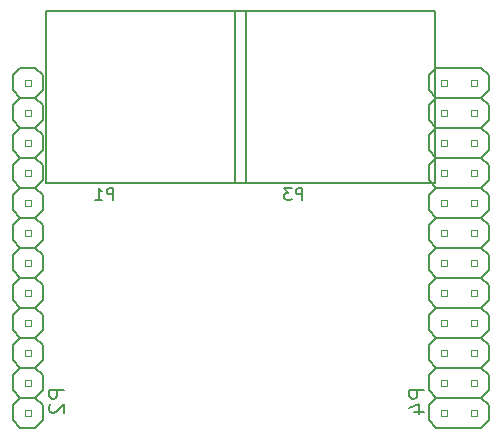
<source format=gbo>
G04 #@! TF.FileFunction,Legend,Bot*
%FSLAX46Y46*%
G04 Gerber Fmt 4.6, Leading zero omitted, Abs format (unit mm)*
G04 Created by KiCad (PCBNEW 4.0.1-stable) date 05/05/18 00:40:07*
%MOMM*%
G01*
G04 APERTURE LIST*
%ADD10C,0.050000*%
%ADD11C,0.066040*%
%ADD12C,0.152400*%
%ADD13C,0.150000*%
%ADD14C,0.127000*%
G04 APERTURE END LIST*
D10*
D11*
X128524000Y-55776000D02*
X128524000Y-56284000D01*
X128524000Y-56284000D02*
X128016000Y-56284000D01*
X128016000Y-55776000D02*
X128016000Y-56284000D01*
X128524000Y-55776000D02*
X128016000Y-55776000D01*
X125984000Y-55776000D02*
X125984000Y-56284000D01*
X125984000Y-56284000D02*
X125476000Y-56284000D01*
X125476000Y-55776000D02*
X125476000Y-56284000D01*
X125984000Y-55776000D02*
X125476000Y-55776000D01*
X125984000Y-58316000D02*
X125984000Y-58824000D01*
X125984000Y-58824000D02*
X125476000Y-58824000D01*
X125476000Y-58316000D02*
X125476000Y-58824000D01*
X125984000Y-58316000D02*
X125476000Y-58316000D01*
X128524000Y-58316000D02*
X128524000Y-58824000D01*
X128524000Y-58824000D02*
X128016000Y-58824000D01*
X128016000Y-58316000D02*
X128016000Y-58824000D01*
X128524000Y-58316000D02*
X128016000Y-58316000D01*
X125984000Y-60856000D02*
X125984000Y-61364000D01*
X125984000Y-61364000D02*
X125476000Y-61364000D01*
X125476000Y-60856000D02*
X125476000Y-61364000D01*
X125984000Y-60856000D02*
X125476000Y-60856000D01*
X128524000Y-60856000D02*
X128524000Y-61364000D01*
X128524000Y-61364000D02*
X128016000Y-61364000D01*
X128016000Y-60856000D02*
X128016000Y-61364000D01*
X128524000Y-60856000D02*
X128016000Y-60856000D01*
X125984000Y-63396000D02*
X125984000Y-63904000D01*
X125984000Y-63904000D02*
X125476000Y-63904000D01*
X125476000Y-63396000D02*
X125476000Y-63904000D01*
X125984000Y-63396000D02*
X125476000Y-63396000D01*
X125984000Y-65936000D02*
X125984000Y-66444000D01*
X125984000Y-66444000D02*
X125476000Y-66444000D01*
X125476000Y-65936000D02*
X125476000Y-66444000D01*
X125984000Y-65936000D02*
X125476000Y-65936000D01*
X125984000Y-68476000D02*
X125984000Y-68984000D01*
X125984000Y-68984000D02*
X125476000Y-68984000D01*
X125476000Y-68476000D02*
X125476000Y-68984000D01*
X125984000Y-68476000D02*
X125476000Y-68476000D01*
X128524000Y-63396000D02*
X128524000Y-63904000D01*
X128524000Y-63904000D02*
X128016000Y-63904000D01*
X128016000Y-63396000D02*
X128016000Y-63904000D01*
X128524000Y-63396000D02*
X128016000Y-63396000D01*
X128524000Y-65936000D02*
X128524000Y-66444000D01*
X128524000Y-66444000D02*
X128016000Y-66444000D01*
X128016000Y-65936000D02*
X128016000Y-66444000D01*
X128524000Y-65936000D02*
X128016000Y-65936000D01*
X128524000Y-68476000D02*
X128524000Y-68984000D01*
X128524000Y-68984000D02*
X128016000Y-68984000D01*
X128016000Y-68476000D02*
X128016000Y-68984000D01*
X128524000Y-68476000D02*
X128016000Y-68476000D01*
X125984000Y-71016000D02*
X125984000Y-71524000D01*
X125984000Y-71524000D02*
X125476000Y-71524000D01*
X125476000Y-71016000D02*
X125476000Y-71524000D01*
X125984000Y-71016000D02*
X125476000Y-71016000D01*
X128524000Y-71016000D02*
X128524000Y-71524000D01*
X128524000Y-71524000D02*
X128016000Y-71524000D01*
X128016000Y-71016000D02*
X128016000Y-71524000D01*
X128524000Y-71016000D02*
X128016000Y-71016000D01*
X125984000Y-73556000D02*
X125984000Y-74064000D01*
X125984000Y-74064000D02*
X125476000Y-74064000D01*
X125476000Y-73556000D02*
X125476000Y-74064000D01*
X125984000Y-73556000D02*
X125476000Y-73556000D01*
X128524000Y-73556000D02*
X128524000Y-74064000D01*
X128524000Y-74064000D02*
X128016000Y-74064000D01*
X128016000Y-73556000D02*
X128016000Y-74064000D01*
X128524000Y-73556000D02*
X128016000Y-73556000D01*
X125984000Y-76096000D02*
X125984000Y-76604000D01*
X125984000Y-76604000D02*
X125476000Y-76604000D01*
X125476000Y-76096000D02*
X125476000Y-76604000D01*
X125984000Y-76096000D02*
X125476000Y-76096000D01*
X128524000Y-76096000D02*
X128524000Y-76604000D01*
X128524000Y-76604000D02*
X128016000Y-76604000D01*
X128016000Y-76096000D02*
X128016000Y-76604000D01*
X128524000Y-76096000D02*
X128016000Y-76096000D01*
X125984000Y-78636000D02*
X125984000Y-79144000D01*
X125984000Y-79144000D02*
X125476000Y-79144000D01*
X125476000Y-78636000D02*
X125476000Y-79144000D01*
X125984000Y-78636000D02*
X125476000Y-78636000D01*
X128524000Y-78636000D02*
X128524000Y-79144000D01*
X128524000Y-79144000D02*
X128016000Y-79144000D01*
X128016000Y-78636000D02*
X128016000Y-79144000D01*
X128524000Y-78636000D02*
X128016000Y-78636000D01*
X125984000Y-81176000D02*
X125984000Y-81684000D01*
X125984000Y-81684000D02*
X125476000Y-81684000D01*
X125476000Y-81176000D02*
X125476000Y-81684000D01*
X125984000Y-81176000D02*
X125476000Y-81176000D01*
X128524000Y-81176000D02*
X128524000Y-81684000D01*
X128524000Y-81684000D02*
X128016000Y-81684000D01*
X128016000Y-81176000D02*
X128016000Y-81684000D01*
X128524000Y-81176000D02*
X128016000Y-81176000D01*
X125984000Y-83716000D02*
X125984000Y-84224000D01*
X125984000Y-84224000D02*
X125476000Y-84224000D01*
X125476000Y-83716000D02*
X125476000Y-84224000D01*
X125984000Y-83716000D02*
X125476000Y-83716000D01*
X128524000Y-83716000D02*
X128524000Y-84224000D01*
X128524000Y-84224000D02*
X128016000Y-84224000D01*
X128016000Y-83716000D02*
X128016000Y-84224000D01*
X128524000Y-83716000D02*
X128016000Y-83716000D01*
D12*
X128905000Y-54760000D02*
X129540000Y-55395000D01*
X129540000Y-55395000D02*
X129540000Y-56665000D01*
X129540000Y-56665000D02*
X128905000Y-57300000D01*
X128905000Y-57300000D02*
X129540000Y-57935000D01*
X129540000Y-57935000D02*
X129540000Y-59205000D01*
X129540000Y-59205000D02*
X128905000Y-59840000D01*
X128905000Y-59840000D02*
X129540000Y-60475000D01*
X129540000Y-60475000D02*
X129540000Y-61745000D01*
X129540000Y-61745000D02*
X128905000Y-62380000D01*
X128905000Y-62380000D02*
X129540000Y-63015000D01*
X129540000Y-63015000D02*
X129540000Y-64285000D01*
X129540000Y-64285000D02*
X128905000Y-64920000D01*
X128905000Y-64920000D02*
X129540000Y-65555000D01*
X129540000Y-65555000D02*
X129540000Y-66825000D01*
X129540000Y-66825000D02*
X128905000Y-67460000D01*
X128905000Y-67460000D02*
X129540000Y-68095000D01*
X129540000Y-68095000D02*
X129540000Y-69365000D01*
X129540000Y-69365000D02*
X128905000Y-70000000D01*
X128905000Y-54760000D02*
X125095000Y-54760000D01*
X125095000Y-54760000D02*
X124460000Y-55395000D01*
X124460000Y-55395000D02*
X124460000Y-56665000D01*
X124460000Y-56665000D02*
X125095000Y-57300000D01*
X125095000Y-57300000D02*
X124460000Y-57935000D01*
X124460000Y-57935000D02*
X124460000Y-59205000D01*
X124460000Y-59205000D02*
X125095000Y-59840000D01*
X125095000Y-59840000D02*
X124460000Y-60475000D01*
X124460000Y-60475000D02*
X124460000Y-61745000D01*
X124460000Y-61745000D02*
X125095000Y-62380000D01*
X125095000Y-62380000D02*
X124460000Y-63015000D01*
X124460000Y-63015000D02*
X124460000Y-64285000D01*
X124460000Y-64285000D02*
X125095000Y-64920000D01*
X125095000Y-64920000D02*
X124460000Y-65555000D01*
X124460000Y-65555000D02*
X124460000Y-66825000D01*
X124460000Y-66825000D02*
X125095000Y-67460000D01*
X125095000Y-67460000D02*
X124460000Y-68095000D01*
X124460000Y-68095000D02*
X124460000Y-69365000D01*
X124460000Y-69365000D02*
X125095000Y-70000000D01*
X125095000Y-70000000D02*
X124460000Y-70635000D01*
X124460000Y-70635000D02*
X124460000Y-71905000D01*
X124460000Y-71905000D02*
X125095000Y-72540000D01*
X125095000Y-72540000D02*
X124460000Y-73175000D01*
X124460000Y-73175000D02*
X124460000Y-74445000D01*
X124460000Y-74445000D02*
X125095000Y-75080000D01*
X125095000Y-75080000D02*
X124460000Y-75715000D01*
X124460000Y-75715000D02*
X124460000Y-76985000D01*
X124460000Y-76985000D02*
X125095000Y-77620000D01*
X125095000Y-77620000D02*
X124460000Y-78255000D01*
X124460000Y-78255000D02*
X124460000Y-79525000D01*
X124460000Y-79525000D02*
X125095000Y-80160000D01*
X125095000Y-80160000D02*
X124460000Y-80795000D01*
X124460000Y-80795000D02*
X124460000Y-82065000D01*
X124460000Y-82065000D02*
X125095000Y-82700000D01*
X128905000Y-82700000D02*
X129540000Y-82065000D01*
X129540000Y-82065000D02*
X129540000Y-80795000D01*
X128905000Y-80160000D02*
X129540000Y-80795000D01*
X128905000Y-80160000D02*
X129540000Y-79525000D01*
X129540000Y-79525000D02*
X129540000Y-78255000D01*
X128905000Y-77620000D02*
X129540000Y-78255000D01*
X128905000Y-77620000D02*
X129540000Y-76985000D01*
X129540000Y-76985000D02*
X129540000Y-75715000D01*
X128905000Y-75080000D02*
X129540000Y-75715000D01*
X128905000Y-75080000D02*
X129540000Y-74445000D01*
X129540000Y-74445000D02*
X129540000Y-73175000D01*
X128905000Y-72540000D02*
X129540000Y-73175000D01*
X128905000Y-72540000D02*
X129540000Y-71905000D01*
X129540000Y-71905000D02*
X129540000Y-70635000D01*
X128905000Y-70000000D02*
X129540000Y-70635000D01*
X125095000Y-57300000D02*
X128905000Y-57300000D01*
X125095000Y-59840000D02*
X128905000Y-59840000D01*
X125095000Y-62380000D02*
X128905000Y-62380000D01*
X125095000Y-64920000D02*
X128905000Y-64920000D01*
X125095000Y-67460000D02*
X128905000Y-67460000D01*
X125095000Y-70000000D02*
X128905000Y-70000000D01*
X125095000Y-72540000D02*
X128905000Y-72540000D01*
X125095000Y-75080000D02*
X128905000Y-75080000D01*
X125095000Y-77620000D02*
X128905000Y-77620000D01*
X125095000Y-80160000D02*
X128905000Y-80160000D01*
X125095000Y-82700000D02*
X128905000Y-82700000D01*
X125095000Y-82700000D02*
X124460000Y-83335000D01*
X124460000Y-83335000D02*
X124460000Y-84605000D01*
X124460000Y-84605000D02*
X125095000Y-85240000D01*
X128905000Y-85240000D02*
X129540000Y-84605000D01*
X129540000Y-84605000D02*
X129540000Y-83335000D01*
X128905000Y-82700000D02*
X129540000Y-83335000D01*
X125095000Y-85240000D02*
X128905000Y-85240000D01*
D11*
X90754000Y-81176000D02*
X90754000Y-81684000D01*
X90754000Y-81684000D02*
X90246000Y-81684000D01*
X90246000Y-81176000D02*
X90246000Y-81684000D01*
X90754000Y-81176000D02*
X90246000Y-81176000D01*
X90754000Y-78636000D02*
X90754000Y-79144000D01*
X90754000Y-79144000D02*
X90246000Y-79144000D01*
X90246000Y-78636000D02*
X90246000Y-79144000D01*
X90754000Y-78636000D02*
X90246000Y-78636000D01*
X90754000Y-76096000D02*
X90754000Y-76604000D01*
X90754000Y-76604000D02*
X90246000Y-76604000D01*
X90246000Y-76096000D02*
X90246000Y-76604000D01*
X90754000Y-76096000D02*
X90246000Y-76096000D01*
X90754000Y-73556000D02*
X90754000Y-74064000D01*
X90754000Y-74064000D02*
X90246000Y-74064000D01*
X90246000Y-73556000D02*
X90246000Y-74064000D01*
X90754000Y-73556000D02*
X90246000Y-73556000D01*
X90754000Y-71016000D02*
X90754000Y-71524000D01*
X90754000Y-71524000D02*
X90246000Y-71524000D01*
X90246000Y-71016000D02*
X90246000Y-71524000D01*
X90754000Y-71016000D02*
X90246000Y-71016000D01*
X90754000Y-68476000D02*
X90754000Y-68984000D01*
X90754000Y-68984000D02*
X90246000Y-68984000D01*
X90246000Y-68476000D02*
X90246000Y-68984000D01*
X90754000Y-68476000D02*
X90246000Y-68476000D01*
X90754000Y-65936000D02*
X90754000Y-66444000D01*
X90754000Y-66444000D02*
X90246000Y-66444000D01*
X90246000Y-65936000D02*
X90246000Y-66444000D01*
X90754000Y-65936000D02*
X90246000Y-65936000D01*
X90754000Y-63396000D02*
X90754000Y-63904000D01*
X90754000Y-63904000D02*
X90246000Y-63904000D01*
X90246000Y-63396000D02*
X90246000Y-63904000D01*
X90754000Y-63396000D02*
X90246000Y-63396000D01*
X90754000Y-60856000D02*
X90754000Y-61364000D01*
X90754000Y-61364000D02*
X90246000Y-61364000D01*
X90246000Y-60856000D02*
X90246000Y-61364000D01*
X90754000Y-60856000D02*
X90246000Y-60856000D01*
X90754000Y-58316000D02*
X90754000Y-58824000D01*
X90754000Y-58824000D02*
X90246000Y-58824000D01*
X90246000Y-58316000D02*
X90246000Y-58824000D01*
X90754000Y-58316000D02*
X90246000Y-58316000D01*
X90754000Y-55776000D02*
X90754000Y-56284000D01*
X90754000Y-56284000D02*
X90246000Y-56284000D01*
X90246000Y-55776000D02*
X90246000Y-56284000D01*
X90754000Y-55776000D02*
X90246000Y-55776000D01*
X90754000Y-83716000D02*
X90754000Y-84224000D01*
X90754000Y-84224000D02*
X90246000Y-84224000D01*
X90246000Y-83716000D02*
X90246000Y-84224000D01*
X90754000Y-83716000D02*
X90246000Y-83716000D01*
D12*
X89230000Y-78255000D02*
X89230000Y-79525000D01*
X89230000Y-79525000D02*
X89865000Y-80160000D01*
X89865000Y-80160000D02*
X91135000Y-80160000D01*
X91135000Y-80160000D02*
X91770000Y-79525000D01*
X89865000Y-80160000D02*
X89230000Y-80795000D01*
X89230000Y-80795000D02*
X89230000Y-82065000D01*
X89230000Y-82065000D02*
X89865000Y-82700000D01*
X89865000Y-82700000D02*
X91135000Y-82700000D01*
X91135000Y-82700000D02*
X91770000Y-82065000D01*
X91770000Y-82065000D02*
X91770000Y-80795000D01*
X91770000Y-80795000D02*
X91135000Y-80160000D01*
X89865000Y-75080000D02*
X89230000Y-75715000D01*
X89230000Y-75715000D02*
X89230000Y-76985000D01*
X89230000Y-76985000D02*
X89865000Y-77620000D01*
X89865000Y-77620000D02*
X91135000Y-77620000D01*
X91135000Y-77620000D02*
X91770000Y-76985000D01*
X91770000Y-76985000D02*
X91770000Y-75715000D01*
X91770000Y-75715000D02*
X91135000Y-75080000D01*
X89230000Y-78255000D02*
X89865000Y-77620000D01*
X91135000Y-77620000D02*
X91770000Y-78255000D01*
X91770000Y-79525000D02*
X91770000Y-78255000D01*
X89230000Y-70635000D02*
X89230000Y-71905000D01*
X89230000Y-71905000D02*
X89865000Y-72540000D01*
X89865000Y-72540000D02*
X91135000Y-72540000D01*
X91135000Y-72540000D02*
X91770000Y-71905000D01*
X89865000Y-72540000D02*
X89230000Y-73175000D01*
X89230000Y-73175000D02*
X89230000Y-74445000D01*
X89230000Y-74445000D02*
X89865000Y-75080000D01*
X89865000Y-75080000D02*
X91135000Y-75080000D01*
X91135000Y-75080000D02*
X91770000Y-74445000D01*
X91770000Y-74445000D02*
X91770000Y-73175000D01*
X91770000Y-73175000D02*
X91135000Y-72540000D01*
X89865000Y-67460000D02*
X89230000Y-68095000D01*
X89230000Y-68095000D02*
X89230000Y-69365000D01*
X89230000Y-69365000D02*
X89865000Y-70000000D01*
X89865000Y-70000000D02*
X91135000Y-70000000D01*
X91135000Y-70000000D02*
X91770000Y-69365000D01*
X91770000Y-69365000D02*
X91770000Y-68095000D01*
X91770000Y-68095000D02*
X91135000Y-67460000D01*
X89230000Y-70635000D02*
X89865000Y-70000000D01*
X91135000Y-70000000D02*
X91770000Y-70635000D01*
X91770000Y-71905000D02*
X91770000Y-70635000D01*
X89230000Y-63015000D02*
X89230000Y-64285000D01*
X89230000Y-64285000D02*
X89865000Y-64920000D01*
X89865000Y-64920000D02*
X91135000Y-64920000D01*
X91135000Y-64920000D02*
X91770000Y-64285000D01*
X89865000Y-64920000D02*
X89230000Y-65555000D01*
X89230000Y-65555000D02*
X89230000Y-66825000D01*
X89230000Y-66825000D02*
X89865000Y-67460000D01*
X89865000Y-67460000D02*
X91135000Y-67460000D01*
X91135000Y-67460000D02*
X91770000Y-66825000D01*
X91770000Y-66825000D02*
X91770000Y-65555000D01*
X91770000Y-65555000D02*
X91135000Y-64920000D01*
X89865000Y-59840000D02*
X89230000Y-60475000D01*
X89230000Y-60475000D02*
X89230000Y-61745000D01*
X89230000Y-61745000D02*
X89865000Y-62380000D01*
X89865000Y-62380000D02*
X91135000Y-62380000D01*
X91135000Y-62380000D02*
X91770000Y-61745000D01*
X91770000Y-61745000D02*
X91770000Y-60475000D01*
X91770000Y-60475000D02*
X91135000Y-59840000D01*
X89230000Y-63015000D02*
X89865000Y-62380000D01*
X91135000Y-62380000D02*
X91770000Y-63015000D01*
X91770000Y-64285000D02*
X91770000Y-63015000D01*
X89230000Y-55395000D02*
X89230000Y-56665000D01*
X89230000Y-56665000D02*
X89865000Y-57300000D01*
X89865000Y-57300000D02*
X91135000Y-57300000D01*
X91135000Y-57300000D02*
X91770000Y-56665000D01*
X89865000Y-57300000D02*
X89230000Y-57935000D01*
X89230000Y-57935000D02*
X89230000Y-59205000D01*
X89230000Y-59205000D02*
X89865000Y-59840000D01*
X89865000Y-59840000D02*
X91135000Y-59840000D01*
X91135000Y-59840000D02*
X91770000Y-59205000D01*
X91770000Y-59205000D02*
X91770000Y-57935000D01*
X91770000Y-57935000D02*
X91135000Y-57300000D01*
X89865000Y-54760000D02*
X91135000Y-54760000D01*
X89230000Y-55395000D02*
X89865000Y-54760000D01*
X91135000Y-54760000D02*
X91770000Y-55395000D01*
X91770000Y-56665000D02*
X91770000Y-55395000D01*
X89865000Y-82700000D02*
X89230000Y-83335000D01*
X89230000Y-83335000D02*
X89230000Y-84605000D01*
X89230000Y-84605000D02*
X89865000Y-85240000D01*
X89865000Y-85240000D02*
X91135000Y-85240000D01*
X91135000Y-85240000D02*
X91770000Y-84605000D01*
X91770000Y-84605000D02*
X91770000Y-83335000D01*
X91770000Y-83335000D02*
X91135000Y-82700000D01*
D13*
X92000000Y-64500000D02*
X109000000Y-64500000D01*
X109000000Y-64500000D02*
X109000000Y-50000000D01*
X109000000Y-50000000D02*
X92000000Y-50000000D01*
X92000000Y-50000000D02*
X92000000Y-64500000D01*
X108000000Y-64500000D02*
X125000000Y-64500000D01*
X125000000Y-64500000D02*
X125000000Y-50000000D01*
X125000000Y-50000000D02*
X108000000Y-50000000D01*
X108000000Y-50000000D02*
X108000000Y-64500000D01*
D14*
X124074524Y-82062619D02*
X122804524Y-82062619D01*
X122804524Y-82546428D01*
X122865000Y-82667381D01*
X122925476Y-82727857D01*
X123046429Y-82788333D01*
X123227857Y-82788333D01*
X123348810Y-82727857D01*
X123409286Y-82667381D01*
X123469762Y-82546428D01*
X123469762Y-82062619D01*
X123227857Y-83876905D02*
X124074524Y-83876905D01*
X122744048Y-83574524D02*
X123651190Y-83272143D01*
X123651190Y-84058333D01*
X93574524Y-82062619D02*
X92304524Y-82062619D01*
X92304524Y-82546428D01*
X92365000Y-82667381D01*
X92425476Y-82727857D01*
X92546429Y-82788333D01*
X92727857Y-82788333D01*
X92848810Y-82727857D01*
X92909286Y-82667381D01*
X92969762Y-82546428D01*
X92969762Y-82062619D01*
X92425476Y-83272143D02*
X92365000Y-83332619D01*
X92304524Y-83453571D01*
X92304524Y-83755952D01*
X92365000Y-83876905D01*
X92425476Y-83937381D01*
X92546429Y-83997857D01*
X92667381Y-83997857D01*
X92848810Y-83937381D01*
X93574524Y-83211667D01*
X93574524Y-83997857D01*
D13*
X97738095Y-65952381D02*
X97738095Y-64952381D01*
X97357142Y-64952381D01*
X97261904Y-65000000D01*
X97214285Y-65047619D01*
X97166666Y-65142857D01*
X97166666Y-65285714D01*
X97214285Y-65380952D01*
X97261904Y-65428571D01*
X97357142Y-65476190D01*
X97738095Y-65476190D01*
X96214285Y-65952381D02*
X96785714Y-65952381D01*
X96500000Y-65952381D02*
X96500000Y-64952381D01*
X96595238Y-65095238D01*
X96690476Y-65190476D01*
X96785714Y-65238095D01*
X113738095Y-65952381D02*
X113738095Y-64952381D01*
X113357142Y-64952381D01*
X113261904Y-65000000D01*
X113214285Y-65047619D01*
X113166666Y-65142857D01*
X113166666Y-65285714D01*
X113214285Y-65380952D01*
X113261904Y-65428571D01*
X113357142Y-65476190D01*
X113738095Y-65476190D01*
X112833333Y-64952381D02*
X112214285Y-64952381D01*
X112547619Y-65333333D01*
X112404761Y-65333333D01*
X112309523Y-65380952D01*
X112261904Y-65428571D01*
X112214285Y-65523810D01*
X112214285Y-65761905D01*
X112261904Y-65857143D01*
X112309523Y-65904762D01*
X112404761Y-65952381D01*
X112690476Y-65952381D01*
X112785714Y-65904762D01*
X112833333Y-65857143D01*
M02*

</source>
